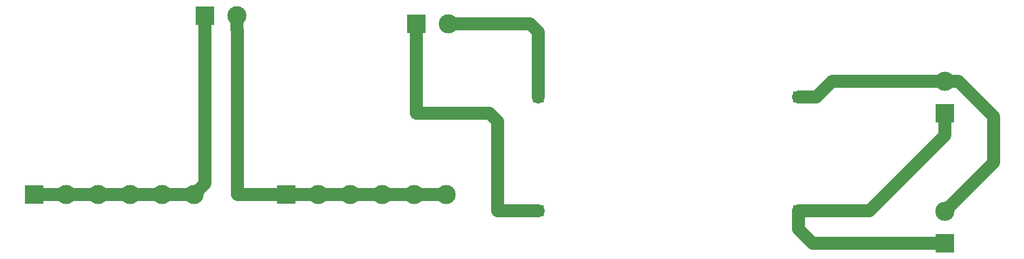
<source format=gbr>
G04 #@! TF.GenerationSoftware,KiCad,Pcbnew,(5.1.5)-1*
G04 #@! TF.CreationDate,2020-02-15T15:22:26-05:00*
G04 #@! TF.ProjectId,potencia,706f7465-6e63-4696-912e-6b696361645f,rev?*
G04 #@! TF.SameCoordinates,Original*
G04 #@! TF.FileFunction,Copper,L2,Bot*
G04 #@! TF.FilePolarity,Positive*
%FSLAX46Y46*%
G04 Gerber Fmt 4.6, Leading zero omitted, Abs format (unit mm)*
G04 Created by KiCad (PCBNEW (5.1.5)-1) date 2020-02-15 15:22:26*
%MOMM*%
%LPD*%
G04 APERTURE LIST*
%ADD10R,3.000000X3.000000*%
%ADD11C,3.000000*%
%ADD12R,1.700000X1.700000*%
%ADD13C,2.000000*%
G04 APERTURE END LIST*
D10*
X88900000Y-73660000D03*
D11*
X93900000Y-73660000D03*
D10*
X62230000Y-101600000D03*
D11*
X67230000Y-101600000D03*
X72230000Y-101600000D03*
X77230000Y-101600000D03*
X82230000Y-101600000D03*
X87230000Y-101600000D03*
X126600000Y-101600000D03*
X121600000Y-101600000D03*
X116600000Y-101600000D03*
X111600000Y-101600000D03*
X106600000Y-101600000D03*
D10*
X101600000Y-101600000D03*
X121920000Y-74930000D03*
D11*
X126920000Y-74930000D03*
D12*
X140970000Y-86360000D03*
X140970000Y-104140000D03*
X181610000Y-104140000D03*
X181610000Y-86360000D03*
D11*
X204470000Y-83900000D03*
D10*
X204470000Y-88900000D03*
D11*
X204470000Y-104220000D03*
D10*
X204470000Y-109220000D03*
D13*
X88900000Y-99930000D02*
X87230000Y-101600000D01*
X88900000Y-73660000D02*
X88900000Y-99930000D01*
X87230000Y-101600000D02*
X82230000Y-101600000D01*
X82230000Y-101600000D02*
X77230000Y-101600000D01*
X77230000Y-101600000D02*
X72230000Y-101600000D01*
X72230000Y-101600000D02*
X67230000Y-101600000D01*
X67230000Y-101600000D02*
X62230000Y-101600000D01*
X93900000Y-75781320D02*
X93980000Y-75861320D01*
X93900000Y-73660000D02*
X93900000Y-75781320D01*
X93980000Y-75861320D02*
X93980000Y-101600000D01*
X93980000Y-101600000D02*
X101600000Y-101600000D01*
X101600000Y-101600000D02*
X105410000Y-101600000D01*
X106600000Y-101600000D02*
X111600000Y-101600000D01*
X111600000Y-101600000D02*
X116600000Y-101600000D01*
X116600000Y-101600000D02*
X121600000Y-101600000D01*
X121600000Y-101600000D02*
X126600000Y-101600000D01*
X133350000Y-88900000D02*
X134620000Y-90170000D01*
X134620000Y-90170000D02*
X134620000Y-104140000D01*
X121920000Y-74930000D02*
X121920000Y-88900000D01*
X134620000Y-104140000D02*
X140970000Y-104140000D01*
X121920000Y-88900000D02*
X133350000Y-88900000D01*
X126920000Y-74930000D02*
X139700000Y-74930000D01*
X140970000Y-76200000D02*
X140970000Y-86360000D01*
X139700000Y-74930000D02*
X140970000Y-76200000D01*
X183840000Y-109220000D02*
X200970000Y-109220000D01*
X181610000Y-106990000D02*
X183840000Y-109220000D01*
X200970000Y-109220000D02*
X204470000Y-109220000D01*
X181610000Y-104140000D02*
X181610000Y-106990000D01*
X184460000Y-104140000D02*
X181610000Y-104140000D01*
X192730000Y-104140000D02*
X184460000Y-104140000D01*
X204470000Y-92400000D02*
X192730000Y-104140000D01*
X204470000Y-88900000D02*
X204470000Y-92400000D01*
X181610000Y-86360000D02*
X184460000Y-86360000D01*
X186920000Y-83900000D02*
X204470000Y-83900000D01*
X184460000Y-86360000D02*
X186920000Y-83900000D01*
X206591320Y-83900000D02*
X212090000Y-89398680D01*
X204470000Y-83900000D02*
X206591320Y-83900000D01*
X212090000Y-96600000D02*
X204470000Y-104220000D01*
X212090000Y-89398680D02*
X212090000Y-96600000D01*
M02*

</source>
